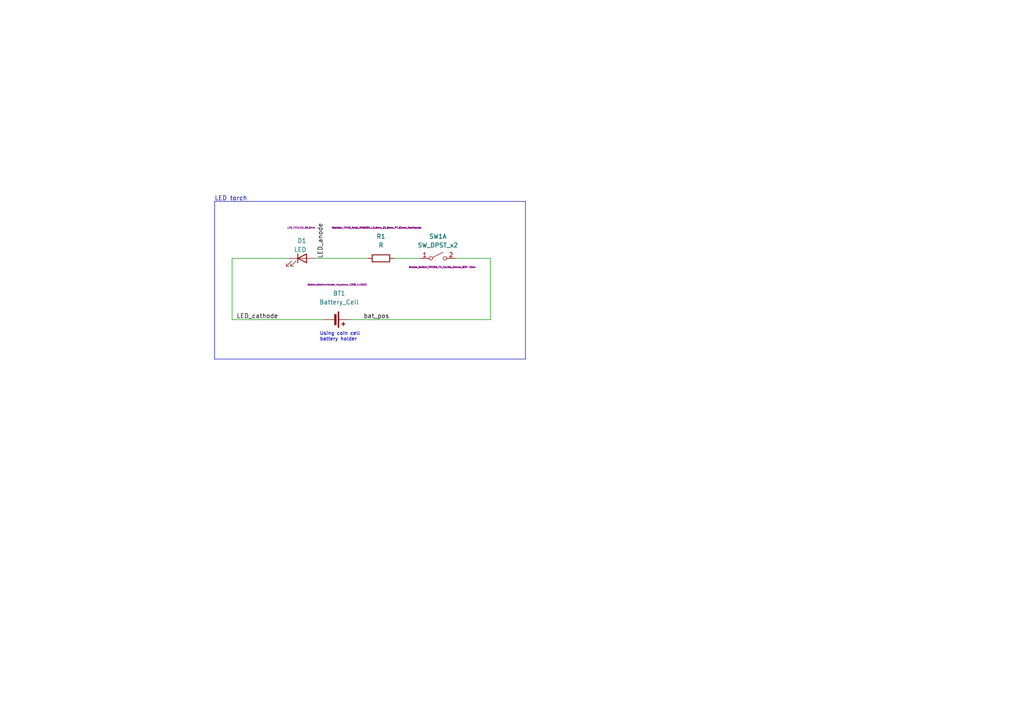
<source format=kicad_sch>
(kicad_sch (version 20230121) (generator eeschema)
  (paper "A4")
  (title_block (title "LED torch") (date "2024-01-09") (comment 1 "Project 1 of Kicad Like a Pro 3e") (comment 2 "Anthony Fratipietro"))
  (lib_symbols
    (symbol "Device:Battery_Cell" (pin_numbers hide) (pin_names (offset 0) hide)
      (property "Reference" "BT" (at 2.54 2.54 0))
      (property "Value" "Battery_Cell" (at 2.54 0 0))
      (symbol "Battery_Cell_0_1"
        (rectangle (start -2.286 1.778) (end 2.286 1.524) (fill (type outline)))
        (rectangle (start -1.524 1.016) (end 1.524 0.508) (fill (type outline)))
        (polyline (pts (xy 0 0.762) (xy 0 0)))
        (polyline (pts (xy 0 1.778) (xy 0 2.54)))
        (polyline (pts (xy 0.762 3.048) (xy 1.778 3.048)) (stroke (width 0.254)))
        (polyline (pts (xy 1.27 3.556) (xy 1.27 2.54)) (stroke (width 0.254)))
      )
      (symbol "Battery_Cell_1_1"
        (pin passive line (at 0 5.08 270) (length 2.54) (name "+") (number "1"))
        (pin passive line (at 0 -2.54 90) (length 2.54) (name "-") (number "2"))
      )
    )
    (symbol "Device:LED" (pin_numbers hide) (pin_names (offset 1.016) hide)
      (property "Reference" "D" (at 0 2.54 0))
      (property "Value" "LED" (at 0 -2.54 0))
      (symbol "LED_0_1"
        (polyline (pts (xy -1.27 -1.27) (xy -1.27 1.27)) (stroke (width 0.254)))
        (polyline (pts (xy -1.27 0) (xy 1.27 0)))
        (polyline (pts (xy 1.27 -1.27) (xy 1.27 1.27) (xy -1.27 0) (xy 1.27 -1.27)) (stroke (width 0.254)))
        (polyline (pts (xy -3.048 -0.762) (xy -4.572 -2.286) (xy -3.81 -2.286) (xy -4.572 -2.286) (xy -4.572 -1.524)))
        (polyline (pts (xy -1.778 -0.762) (xy -3.302 -2.286) (xy -2.54 -2.286) (xy -3.302 -2.286) (xy -3.302 -1.524)))
      )
      (symbol "LED_1_1"
        (pin passive line (at -3.81 0 0) (length 2.54) (name "K") (number "1"))
        (pin passive line (at 3.81 0 180) (length 2.54) (name "A") (number "2"))
      )
    )
    (symbol "Device:R" (pin_numbers hide) (pin_names (offset 0))
      (property "Reference" "R" (at 2.032 0 90))
      (property "Value" "R" (at 0 0 90))
      (symbol "R_0_1"
        (rectangle (start -1.016 -2.54) (end 1.016 2.54) (stroke (width 0.254)))
      )
      (symbol "R_1_1"
        (pin passive line (at 0 3.81 270) (length 1.27) (name "~") (number "1"))
        (pin passive line (at 0 -3.81 90) (length 1.27) (name "~") (number "2"))
      )
    )
    (symbol "Switch:SW_DPST_x2" (pin_names (offset 0) hide)
      (property "Reference" "SW" (at 0 3.175 0))
      (property "Value" "SW_DPST_x2" (at 0 -2.54 0))
      (symbol "SW_DPST_x2_0_0"
        (circle (center -2.032 0) (radius 0.508))
        (polyline (pts (xy -1.524 0.254) (xy 1.524 1.778)))
        (circle (center 2.032 0) (radius 0.508))
      )
      (symbol "SW_DPST_x2_1_1"
        (pin passive line (at -5.08 0 0) (length 2.54) (name "A") (number "1"))
        (pin passive line (at 5.08 0 180) (length 2.54) (name "B") (number "2"))
      )
      (symbol "SW_DPST_x2_2_1"
        (pin passive line (at -5.08 0 0) (length 2.54) (name "A") (number "3"))
        (pin passive line (at 5.08 0 180) (length 2.54) (name "B") (number "4"))
      )
    )
  )
  (polyline (pts (xy 152.4 58.42) (xy 62.23 58.42)))
  (wire (pts (xy 67.31 74.93) (xy 83.82 74.93)))
  (wire (pts (xy 93.98 92.71) (xy 67.31 92.71)))
  (wire (pts (xy 142.24 92.71) (xy 101.6 92.71)))
  (polyline (pts (xy 62.23 58.42) (xy 62.23 104.14)))
  (wire (pts (xy 114.3 74.93) (xy 121.92 74.93)))
  (wire (pts (xy 142.24 74.93) (xy 142.24 92.71)))
  (polyline (pts (xy 152.4 104.14) (xy 152.4 58.42)))
  (wire (pts (xy 91.44 74.93) (xy 106.68 74.93)))
  (wire (pts (xy 132.08 74.93) (xy 142.24 74.93)))
  (polyline (pts (xy 62.23 104.14) (xy 152.4 104.14)))
  (wire (pts (xy 67.31 92.71) (xy 67.31 74.93)))
  (text "Using coin cell\nbattery holder" (at 92.71 99.06 0) (effects (font (size 1 1)) (justify left bottom)))
  (text "LED torch\n" (at 62.23 58.42 0) (effects (font (size 1.27 1.27)) (justify left bottom)))
  (label "LED_cathode" (at 68.58 92.71 0))
  (label "bat_pos" (at 105.41 92.71 0))
  (label "LED_anode" (at 93.98 74.93 90))
  (symbol (lib_id "Device:R") (at 110.49 74.93 90) (unit 1)
    (property "Reference" "R1" (at 110.49 68.58 90))
    (property "Value" "R" (at 110.49 71.12 90))
    (property "Footprint" "Resistor_THT:R_Axial_DIN0204_L3.6mm_D1.6mm_P7.62mm_Horizontal" (at 109.22 66.04 90) (effects (font (size 0.5 0.5))))
  )
  (symbol (lib_id "Device:Battery_Cell") (at 96.52 92.71 270) (unit 1)
    (property "Reference" "BT1" (at 98.3615 85.09 90))
    (property "Value" "Battery_Cell" (at 98.3615 87.63 90))
    (property "Footprint" "Battery:BatteryHolder_Keystone_1058_1x2032" (at 97.79 82.55 90) (effects (font (size 0.5 0.5))))
  )
  (symbol (lib_id "Switch:SW_DPST_x2") (at 127 74.93 0) (unit 1)
    (property "Reference" "SW1" (at 127 68.58 0))
    (property "Value" "SW_DPST_x2" (at 127 71.12 0))
    (property "Footprint" "Button_Switch_THT:SW_TH_Tactile_Omron_B3F-10xx" (at 128.27 77.47 0) (effects (font (size 0.5 0.5))))
  )
  (symbol (lib_id "Device:LED") (at 87.63 74.93 0) (unit 1)
    (property "Reference" "D1" (at 88.9 69.85 0) (effects (justify right)))
    (property "Value" "LED" (at 88.9 72.39 0) (effects (justify right)))
    (property "Footprint" "LED_THT:LED_D5.0mm" (at 91.44 66.04 0) (effects (font (size 0.5 0.5)) (justify right)))
  )
)
</source>
